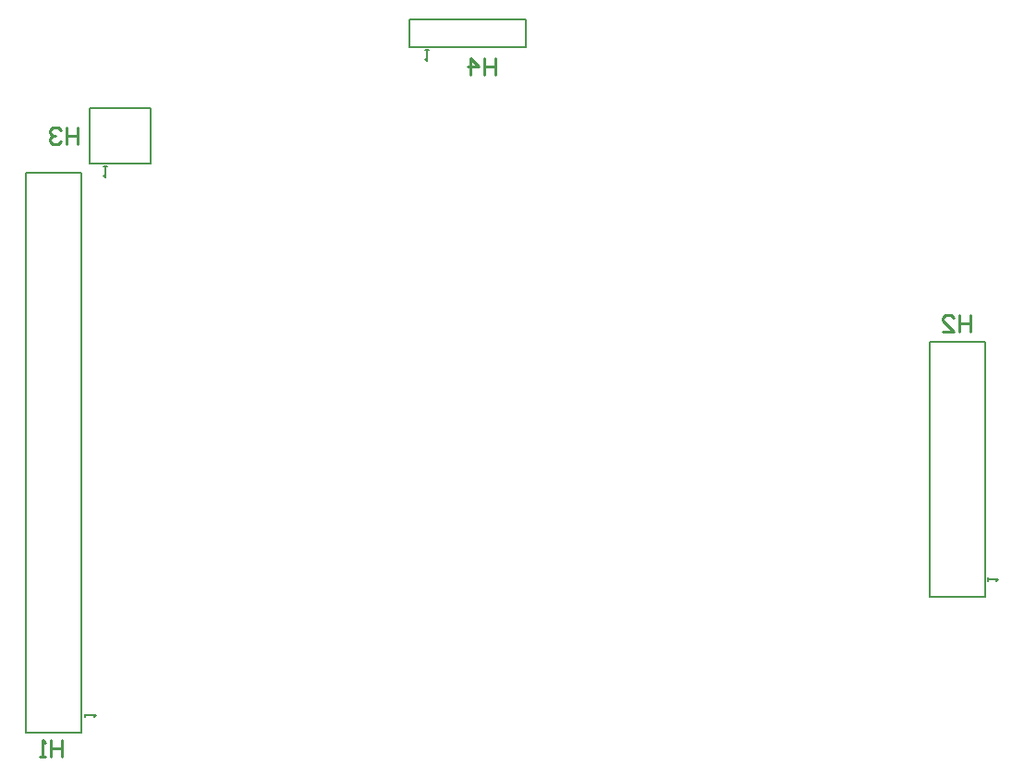
<source format=gbo>
G04 Layer_Color=32896*
%FSLAX44Y44*%
%MOMM*%
G71*
G01*
G75*
%ADD11C,0.2000*%
%ADD14C,0.2540*%
D11*
X366660Y696300D02*
X473340D01*
Y721700D01*
X366660D02*
X473340D01*
X366660Y696300D02*
Y721700D01*
X73460Y589600D02*
Y640400D01*
X129340D01*
Y589600D02*
Y640400D01*
X73460Y589600D02*
X129340D01*
X842600Y193160D02*
X893400D01*
X842600D02*
Y426840D01*
X893400D01*
Y193160D02*
Y426840D01*
X65400Y68460D02*
Y581540D01*
X14600D02*
X65400D01*
X14600Y68460D02*
Y581540D01*
Y68460D02*
X65400D01*
X380630Y693760D02*
X383962D01*
X382296D01*
Y683763D01*
X380630Y685429D01*
X86160Y587060D02*
X89492D01*
X87826D01*
Y577063D01*
X86160Y578729D01*
X895940Y207130D02*
Y210462D01*
Y208796D01*
X905937D01*
X904271Y207130D01*
X69210Y82430D02*
Y85762D01*
Y84096D01*
X79207D01*
X77541Y82430D01*
D14*
X880000Y451235D02*
Y436000D01*
Y443618D01*
X869843D01*
Y451235D01*
Y436000D01*
X854608D02*
X864765D01*
X854608Y446157D01*
Y448696D01*
X857147Y451235D01*
X862226D01*
X864765Y448696D01*
X48000Y61235D02*
Y46000D01*
Y53618D01*
X37843D01*
Y61235D01*
Y46000D01*
X32765D02*
X27687D01*
X30226D01*
Y61235D01*
X32765Y58696D01*
X62000Y623235D02*
Y608000D01*
Y615617D01*
X51843D01*
Y623235D01*
Y608000D01*
X46765Y620696D02*
X44226Y623235D01*
X39147D01*
X36608Y620696D01*
Y618157D01*
X39147Y615617D01*
X41687D01*
X39147D01*
X36608Y613078D01*
Y610539D01*
X39147Y608000D01*
X44226D01*
X46765Y610539D01*
X445100Y686235D02*
Y671000D01*
Y678617D01*
X434943D01*
Y686235D01*
Y671000D01*
X422247D02*
Y686235D01*
X429865Y678617D01*
X419708D01*
M02*

</source>
